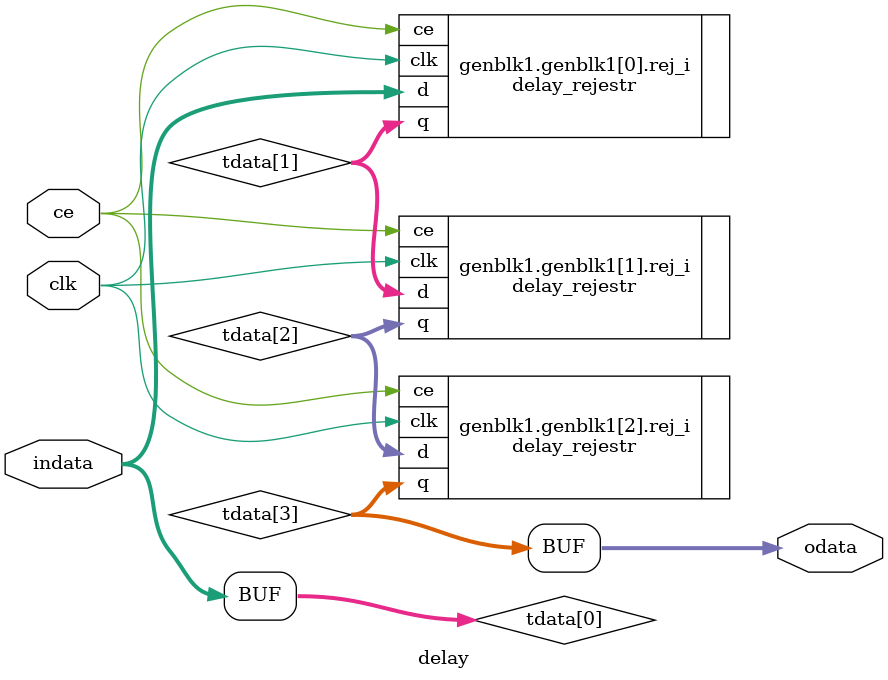
<source format=v>
`timescale 1ns / 1ps

module delay #(
    parameter N=18,      //szerekosc portow wejsciwego i wyjsciowego w bitach
    parameter DELAY=3  //dlugosc opoznienia ktore modul powinien wprowadzac
)
(
    input clk,
    input ce,
    input [N-1:0]indata,
    output [N-1:0]odata
);

wire [N-1:0] tdata [DELAY:0];

genvar i;
generate
    if (DELAY==0)
        assign odata=indata;
    else
    begin
       for(i=0;i<DELAY;i=i+1)
       begin
            delay_rejestr #(.N(N)) rej_i
                (   .clk(clk),
                    .ce(ce),
                    .d(tdata[i]),
                    .q(tdata[i+1])
                );
       end
       
       assign odata=tdata[DELAY];
       assign tdata[0]=indata;
       
    end
endgenerate

endmodule

</source>
